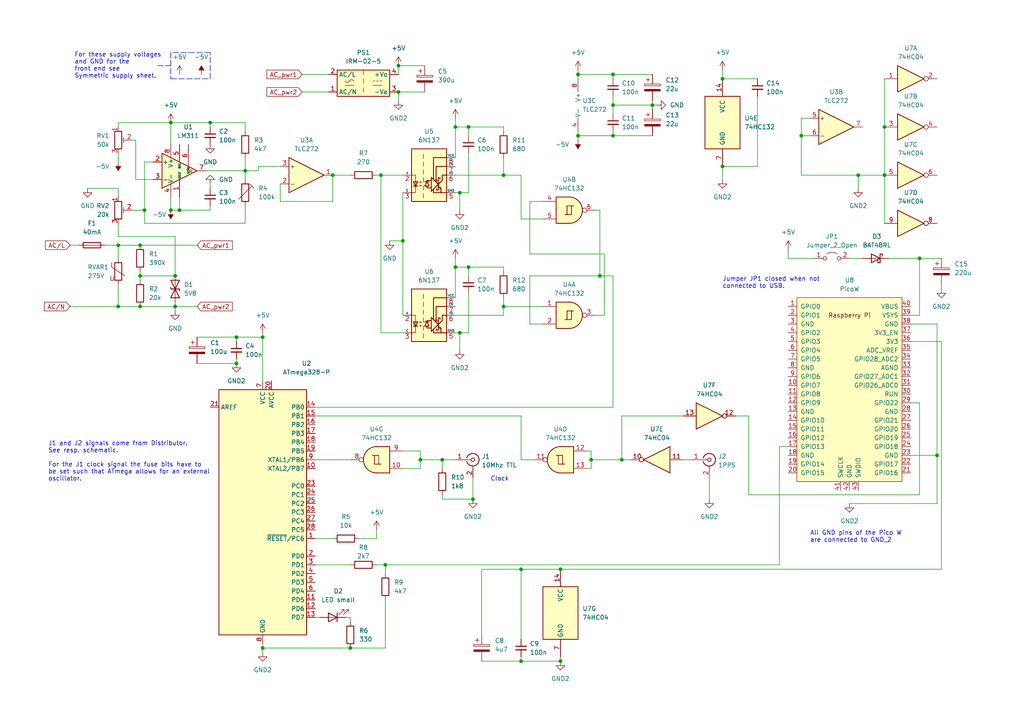
<source format=kicad_sch>
(kicad_sch (version 20211123) (generator eeschema)
  (paper "A4")
  (title_block (title "Counter ATmega 328p v2"))
  (lib_symbols
    (symbol "+5V_1" (power) (pin_names (offset 0)) (in_bom no)
      (property "Value" "+5V_1" (at 0 5.08 0))
      (symbol "+5V_1_1_1"
        (pin power_in line (at 0 0 90) (length 0) hide (name "+5V") (number "1"))
      )
    )
    (symbol "74xx:74HC04"
      (property "Reference" "U" (at 0 1.27 0))
      (property "Value" "74HC04" (at 0 -1.27 0))
      (symbol "74HC04_1_0"
        (pin input line (at -7.62 0 0) (length 3.81) (name "~") (number "1"))
        (pin output inverted (at 7.62 0 180) (length 3.81) (name "~") (number "2"))
      )
      (symbol "74HC04_2_0"
        (pin input line (at -7.62 0 0) (length 3.81) (name "~") (number "3"))
        (pin output inverted (at 7.62 0 180) (length 3.81) (name "~") (number "4"))
      )
      (symbol "74HC04_3_0"
        (pin input line (at -7.62 0 0) (length 3.81) (name "~") (number "5"))
        (pin output inverted (at 7.62 0 180) (length 3.81) (name "~") (number "6"))
      )
      (symbol "74HC04_4_0"
        (pin output inverted (at 7.62 0 180) (length 3.81) (name "~") (number "8"))
        (pin input line (at -7.62 0 0) (length 3.81) (name "~") (number "9"))
      )
      (symbol "74HC04_5_0"
        (pin output inverted (at 7.62 0 180) (length 3.81) (name "~") (number "10"))
        (pin input line (at -7.62 0 0) (length 3.81) (name "~") (number "11"))
      )
      (symbol "74HC04_6_0"
        (pin output inverted (at 7.62 0 180) (length 3.81) (name "~") (number "12"))
        (pin input line (at -7.62 0 0) (length 3.81) (name "~") (number "13"))
      )
      (symbol "74HC04_7_0"
        (pin power_in line (at 0 12.7 270) (length 5.08) (name "VCC") (number "14"))
        (pin power_in line (at 0 -12.7 90) (length 5.08) (name "GND") (number "7"))
      )
    )
    (symbol "74xx:74LS132" (pin_names (offset 1.016))
      (property "Reference" "U" (at 0 1.27 0))
      (property "Value" "74LS132" (at 0 -1.27 0))
      (symbol "74LS132_1_1"
        (pin input line (at -7.62 2.54 0) (length 3.81) (name "~") (number "1"))
        (pin input line (at -7.62 -2.54 0) (length 3.81) (name "~") (number "2"))
        (pin output inverted (at 7.62 0 180) (length 3.81) (name "~") (number "3"))
      )
      (symbol "74LS132_1_2"
        (pin input inverted (at -7.62 2.54 0) (length 4.318) (name "~") (number "1"))
        (pin input inverted (at -7.62 -2.54 0) (length 4.318) (name "~") (number "2"))
        (pin output line (at 7.62 0 180) (length 3.81) (name "~") (number "3"))
      )
      (symbol "74LS132_2_1"
        (pin input line (at -7.62 2.54 0) (length 3.81) (name "~") (number "4"))
        (pin input line (at -7.62 -2.54 0) (length 3.81) (name "~") (number "5"))
        (pin output inverted (at 7.62 0 180) (length 3.81) (name "~") (number "6"))
      )
      (symbol "74LS132_2_2"
        (pin input inverted (at -7.62 2.54 0) (length 4.318) (name "~") (number "4"))
        (pin input inverted (at -7.62 -2.54 0) (length 4.318) (name "~") (number "5"))
        (pin output line (at 7.62 0 180) (length 3.81) (name "~") (number "6"))
      )
      (symbol "74LS132_3_1"
        (pin input line (at -7.62 -2.54 0) (length 3.81) (name "~") (number "10"))
        (pin output inverted (at 7.62 0 180) (length 3.81) (name "~") (number "8"))
        (pin input line (at -7.62 2.54 0) (length 3.81) (name "~") (number "9"))
      )
      (symbol "74LS132_3_2"
        (pin input inverted (at -7.62 -2.54 0) (length 4.318) (name "~") (number "10"))
        (pin output line (at 7.62 0 180) (length 3.81) (name "~") (number "8"))
        (pin input inverted (at -7.62 2.54 0) (length 4.318) (name "~") (number "9"))
      )
      (symbol "74LS132_4_1"
        (pin output inverted (at 7.62 0 180) (length 3.81) (name "~") (number "11"))
        (pin input line (at -7.62 2.54 0) (length 3.81) (name "~") (number "12"))
        (pin input line (at -7.62 -2.54 0) (length 3.81) (name "~") (number "13"))
      )
      (symbol "74LS132_4_2"
        (pin output line (at 7.62 0 180) (length 3.81) (name "~") (number "11"))
        (pin input inverted (at -7.62 2.54 0) (length 4.318) (name "~") (number "12"))
        (pin input inverted (at -7.62 -2.54 0) (length 4.318) (name "~") (number "13"))
      )
      (symbol "74LS132_5_0"
        (pin power_in line (at 0 12.7 270) (length 5.08) (name "VCC") (number "14"))
        (pin power_in line (at 0 -12.7 90) (length 5.08) (name "GND") (number "7"))
      )
    )
    (symbol "Amplifier_Operational:TLC272" (pin_names (offset 0.127))
      (property "Reference" "U" (at 0 5.08 0))
      (property "Value" "TLC272" (at 0 -5.08 0))
      (symbol "TLC272_1_1"
        (pin output line (at 7.62 0 180) (length 2.54) (name "~") (number "1"))
        (pin input line (at -7.62 -2.54 0) (length 2.54) (name "-") (number "2"))
        (pin input line (at -7.62 2.54 0) (length 2.54) (name "+") (number "3"))
      )
      (symbol "TLC272_2_1"
        (pin input line (at -7.62 2.54 0) (length 2.54) (name "+") (number "5"))
        (pin input line (at -7.62 -2.54 0) (length 2.54) (name "-") (number "6"))
        (pin output line (at 7.62 0 180) (length 2.54) (name "~") (number "7"))
      )
      (symbol "TLC272_3_1"
        (pin power_in line (at -2.54 -7.62 90) (length 3.81) (name "V-") (number "4"))
        (pin power_in line (at -2.54 7.62 270) (length 3.81) (name "V+") (number "8"))
      )
    )
    (symbol "Comparator:LM311" (pin_names (offset 0.127))
      (property "Reference" "U" (at 3.81 6.35 0))
      (property "Value" "LM311" (at 3.81 3.81 0))
      (symbol "LM311_1_1"
        (pin passive line (at 0 -7.62 90) (length 5.08) (name "GND") (number "1"))
        (pin input line (at -7.62 2.54 0) (length 2.54) (name "+") (number "2"))
        (pin input line (at -7.62 -2.54 0) (length 2.54) (name "-") (number "3"))
        (pin power_in line (at -2.54 -7.62 90) (length 3.81) (name "V-") (number "4"))
        (pin input line (at 0 7.62 270) (length 5.08) (name "BAL") (number "5"))
        (pin input line (at 2.54 7.62 270) (length 6.35) (name "STRB") (number "6"))
        (pin open_collector line (at 7.62 0 180) (length 2.54) (name "~") (number "7"))
        (pin power_in line (at -2.54 7.62 270) (length 3.81) (name "V+") (number "8"))
      )
    )
    (symbol "Connector:Conn_Coaxial" (pin_names (offset 1.016) hide)
      (property "Reference" "J" (at 0.254 3.048 0))
      (property "Value" "Conn_Coaxial" (at 2.921 0 90))
      (symbol "Conn_Coaxial_1_1"
        (pin passive line (at -5.08 0 0) (length 2.54) (name "In") (number "1"))
        (pin passive line (at 0 -5.08 90) (length 2.54) (name "Ext") (number "2"))
      )
    )
    (symbol "Converter_ACDC:IRM-02-5"
      (property "Reference" "PS" (at 0 5.08 0))
      (property "Value" "IRM-02-5" (at 0 -5.08 0))
      (symbol "IRM-02-5_1_1"
        (pin power_in line (at -10.16 -2.54 0) (length 2.54) (name "AC/N") (number "1"))
        (pin power_in line (at -10.16 2.54 0) (length 2.54) (name "AC/L") (number "2"))
        (pin power_out line (at 10.16 -2.54 180) (length 2.54) (name "-Vo") (number "3"))
        (pin power_out line (at 10.16 2.54 180) (length 2.54) (name "+Vo") (number "4"))
      )
    )
    (symbol "Device:C_Polarized" (pin_numbers hide) (pin_names (offset 0.254))
      (property "Reference" "C" (at 0.635 2.54 0))
      (property "Value" "C_Polarized" (at 0.635 -2.54 0))
      (symbol "C_Polarized_1_1"
        (pin passive line (at 0 3.81 270) (length 2.794) (name "~") (number "1"))
        (pin passive line (at 0 -3.81 90) (length 2.794) (name "~") (number "2"))
      )
    )
    (symbol "Device:C_Small" (pin_numbers hide) (pin_names (offset 0.254) hide)
      (property "Reference" "C" (at 0.254 1.778 0))
      (property "Value" "C_Small" (at 0.254 -2.032 0))
      (symbol "C_Small_1_1"
        (pin passive line (at 0 2.54 270) (length 2.032) (name "~") (number "1"))
        (pin passive line (at 0 -2.54 90) (length 2.032) (name "~") (number "2"))
      )
    )
    (symbol "Device:D_TVS" (pin_numbers hide) (pin_names (offset 1.016) hide)
      (property "Reference" "D" (at 0 2.54 0))
      (property "Value" "D_TVS" (at 0 -2.54 0))
      (symbol "D_TVS_1_1"
        (pin passive line (at -3.81 0 0) (length 2.54) (name "A1") (number "1"))
        (pin passive line (at 3.81 0 180) (length 2.54) (name "A2") (number "2"))
      )
    )
    (symbol "Device:Fuse" (pin_numbers hide) (pin_names (offset 0))
      (property "Reference" "F" (at 2.032 0 90))
      (property "Value" "Fuse" (at -1.905 0 90))
      (symbol "Fuse_1_1"
        (pin passive line (at 0 3.81 270) (length 1.27) (name "~") (number "1"))
        (pin passive line (at 0 -3.81 90) (length 1.27) (name "~") (number "2"))
      )
    )
    (symbol "Device:LED" (pin_numbers hide) (pin_names (offset 1.016) hide)
      (property "Reference" "D" (at 0 2.54 0))
      (property "Value" "LED" (at 0 -2.54 0))
      (symbol "LED_1_1"
        (pin passive line (at -3.81 0 0) (length 2.54) (name "K") (number "1"))
        (pin passive line (at 3.81 0 180) (length 2.54) (name "A") (number "2"))
      )
    )
    (symbol "Device:R" (pin_numbers hide) (pin_names (offset 0))
      (property "Reference" "R" (at 2.032 0 90))
      (property "Value" "R" (at 0 0 90))
      (symbol "R_1_1"
        (pin passive line (at 0 3.81 270) (length 1.27) (name "~") (number "1"))
        (pin passive line (at 0 -3.81 90) (length 1.27) (name "~") (number "2"))
      )
    )
    (symbol "Device:R_Potentiometer_Trim" (pin_names (offset 1.016) hide)
      (property "Reference" "RV" (at -4.445 0 90))
      (property "Value" "R_Potentiometer_Trim" (at -2.54 0 90))
      (symbol "R_Potentiometer_Trim_1_1"
        (pin passive line (at 0 3.81 270) (length 1.27) (name "1") (number "1"))
        (pin passive line (at 3.81 0 180) (length 1.27) (name "2") (number "2"))
        (pin passive line (at 0 -3.81 90) (length 1.27) (name "3") (number "3"))
      )
    )
    (symbol "Device:R_Trim" (pin_numbers hide) (pin_names (offset 0))
      (property "Reference" "R" (at 2.54 -2.54 90))
      (property "Value" "R_Trim" (at -2.54 -0.635 90))
      (symbol "R_Trim_1_1"
        (pin passive line (at 0 3.81 270) (length 1.27) (name "~") (number "1"))
        (pin passive line (at 0 -3.81 90) (length 1.27) (name "~") (number "2"))
      )
    )
    (symbol "Device:Varistor" (pin_numbers hide) (pin_names (offset 0))
      (property "Reference" "RV" (at 3.175 0 90))
      (property "Value" "Varistor" (at -3.175 0 90))
      (symbol "Varistor_0_0"
        (text "U" (at -1.778 -2.032 0) (effects (font (size 1.27 1.27))))
      )
      (symbol "Varistor_1_1"
        (pin passive line (at 0 3.81 270) (length 1.27) (name "~") (number "1"))
        (pin passive line (at 0 -3.81 90) (length 1.27) (name "~") (number "2"))
      )
    )
    (symbol "Diode:BAT48RL" (pin_numbers hide) (pin_names (offset 1.016) hide)
      (property "Reference" "D" (at 0 2.54 0))
      (property "Value" "BAT48RL" (at 0 -2.54 0))
      (symbol "BAT48RL_1_1"
        (pin passive line (at -3.81 0 0) (length 2.54) (name "K") (number "1"))
        (pin passive line (at 3.81 0 180) (length 2.54) (name "A") (number "2"))
      )
    )
    (symbol "Isolator:6N137" (pin_names (offset 0))
      (property "Reference" "U" (at -4.064 8.89 0))
      (property "Value" "6N137" (at 0 -8.89 0))
      (symbol "6N137_1_1"
        (pin no_connect line (at -5.08 5.08 0) (length 2.54) hide (name "NC") (number "1"))
        (pin passive line (at -7.62 0 0) (length 2.54) (name "A") (number "2"))
        (pin passive line (at -7.62 -5.08 0) (length 2.54) (name "C") (number "3"))
        (pin power_in line (at 7.62 -5.08 180) (length 2.54) (name "GND") (number "5"))
        (pin open_collector line (at 7.62 0 180) (length 2.54) (name "VO") (number "6"))
        (pin input line (at 7.62 2.54 180) (length 2.54) (name "EN") (number "7"))
        (pin power_in line (at 7.62 5.08 180) (length 2.54) (name "VCC") (number "8"))
      )
    )
    (symbol "Jumper:Jumper_2_Open" (pin_names (offset 0) hide)
      (property "Reference" "JP" (at 0 2.794 0))
      (property "Value" "Jumper_2_Open" (at 0 -2.286 0))
      (symbol "Jumper_2_Open_1_1"
        (pin passive line (at -5.08 0 0) (length 2.54) (name "A") (number "1"))
        (pin passive line (at 5.08 0 180) (length 2.54) (name "B") (number "2"))
      )
    )
    (symbol "MCU_Microchip_ATmega:ATmega328-P"
      (property "Reference" "U" (at -12.7 36.83 0))
      (property "Value" "ATmega328-P" (at 2.54 -36.83 0))
      (symbol "ATmega328-P_1_1"
        (pin bidirectional line (at 15.24 -7.62 180) (length 2.54) (name "~{RESET}/PC6") (number "1"))
        (pin bidirectional line (at 15.24 12.7 180) (length 2.54) (name "XTAL2/PB7") (number "10"))
        (pin bidirectional line (at 15.24 -25.4 180) (length 2.54) (name "PD5") (number "11"))
        (pin bidirectional line (at 15.24 -27.94 180) (length 2.54) (name "PD6") (number "12"))
        (pin bidirectional line (at 15.24 -30.48 180) (length 2.54) (name "PD7") (number "13"))
        (pin bidirectional line (at 15.24 30.48 180) (length 2.54) (name "PB0") (number "14"))
        (pin bidirectional line (at 15.24 27.94 180) (length 2.54) (name "PB1") (number "15"))
        (pin bidirectional line (at 15.24 25.4 180) (length 2.54) (name "PB2") (number "16"))
        (pin bidirectional line (at 15.24 22.86 180) (length 2.54) (name "PB3") (number "17"))
        (pin bidirectional line (at 15.24 20.32 180) (length 2.54) (name "PB4") (number "18"))
        (pin bidirectional line (at 15.24 17.78 180) (length 2.54) (name "PB5") (number "19"))
        (pin bidirectional line (at 15.24 -12.7 180) (length 2.54) (name "PD0") (number "2"))
        (pin power_in line (at 2.54 38.1 270) (length 2.54) (name "AVCC") (number "20"))
        (pin passive line (at -15.24 30.48 0) (length 2.54) (name "AREF") (number "21"))
        (pin passive line (at 0 -38.1 90) (length 2.54) hide (name "GND") (number "22"))
        (pin bidirectional line (at 15.24 7.62 180) (length 2.54) (name "PC0") (number "23"))
        (pin bidirectional line (at 15.24 5.08 180) (length 2.54) (name "PC1") (number "24"))
        (pin bidirectional line (at 15.24 2.54 180) (length 2.54) (name "PC2") (number "25"))
        (pin bidirectional line (at 15.24 0 180) (length 2.54) (name "PC3") (number "26"))
        (pin bidirectional line (at 15.24 -2.54 180) (length 2.54) (name "PC4") (number "27"))
        (pin bidirectional line (at 15.24 -5.08 180) (length 2.54) (name "PC5") (number "28"))
        (pin bidirectional line (at 15.24 -15.24 180) (length 2.54) (name "PD1") (number "3"))
        (pin bidirectional line (at 15.24 -17.78 180) (length 2.54) (name "PD2") (number "4"))
        (pin bidirectional line (at 15.24 -20.32 180) (length 2.54) (name "PD3") (number "5"))
        (pin bidirectional line (at 15.24 -22.86 180) (length 2.54) (name "PD4") (number "6"))
        (pin power_in line (at 0 38.1 270) (length 2.54) (name "VCC") (number "7"))
        (pin power_in line (at 0 -38.1 90) (length 2.54) (name "GND") (number "8"))
        (pin bidirectional line (at 15.24 15.24 180) (length 2.54) (name "XTAL1/PB6") (number "9"))
      )
    )
    (symbol "RPi_Pico:PicoW" (pin_names (offset 1.016))
      (property "Reference" "U" (at -13.97 27.94 0))
      (property "Value" "PicoW" (at 0 19.05 0))
      (symbol "PicoW_0_0"
        (text "Raspberry Pi" (at 0 21.59 0) (effects (font (size 1.27 1.27))))
      )
      (symbol "PicoW_1_1"
        (pin bidirectional line (at -17.78 24.13 0) (length 2.54) (name "GPIO0") (number "1"))
        (pin bidirectional line (at -17.78 1.27 0) (length 2.54) (name "GPIO7") (number "10"))
        (pin bidirectional line (at -17.78 -1.27 0) (length 2.54) (name "GPIO8") (number "11"))
        (pin bidirectional line (at -17.78 -3.81 0) (length 2.54) (name "GPIO9") (number "12"))
        (pin power_in line (at -17.78 -6.35 0) (length 2.54) (name "GND") (number "13"))
        (pin bidirectional line (at -17.78 -8.89 0) (length 2.54) (name "GPIO10") (number "14"))
        (pin bidirectional line (at -17.78 -11.43 0) (length 2.54) (name "GPIO11") (number "15"))
        (pin bidirectional line (at -17.78 -13.97 0) (length 2.54) (name "GPIO12") (number "16"))
        (pin bidirectional line (at -17.78 -16.51 0) (length 2.54) (name "GPIO13") (number "17"))
        (pin power_in line (at -17.78 -19.05 0) (length 2.54) (name "GND") (number "18"))
        (pin bidirectional line (at -17.78 -21.59 0) (length 2.54) (name "GPIO14") (number "19"))
        (pin bidirectional line (at -17.78 21.59 0) (length 2.54) (name "GPIO1") (number "2"))
        (pin bidirectional line (at -17.78 -24.13 0) (length 2.54) (name "GPIO15") (number "20"))
        (pin bidirectional line (at 17.78 -24.13 180) (length 2.54) (name "GPIO16") (number "21"))
        (pin bidirectional line (at 17.78 -21.59 180) (length 2.54) (name "GPIO17") (number "22"))
        (pin power_in line (at 17.78 -19.05 180) (length 2.54) (name "GND") (number "23"))
        (pin bidirectional line (at 17.78 -16.51 180) (length 2.54) (name "GPIO18") (number "24"))
        (pin bidirectional line (at 17.78 -13.97 180) (length 2.54) (name "GPIO19") (number "25"))
        (pin bidirectional line (at 17.78 -11.43 180) (length 2.54) (name "GPIO20") (number "26"))
        (pin bidirectional line (at 17.78 -8.89 180) (length 2.54) (name "GPIO21") (number "27"))
        (pin power_in line (at 17.78 -6.35 180) (length 2.54) (name "GND") (number "28"))
        (pin bidirectional line (at 17.78 -3.81 180) (length 2.54) (name "GPIO22") (number "29"))
        (pin power_in line (at -17.78 19.05 0) (length 2.54) (name "GND") (number "3"))
        (pin input line (at 17.78 -1.27 180) (length 2.54) (name "RUN") (number "30"))
        (pin bidirectional line (at 17.78 1.27 180) (length 2.54) (name "GPIO26_ADC0") (number "31"))
        (pin bidirectional line (at 17.78 3.81 180) (length 2.54) (name "GPIO27_ADC1") (number "32"))
        (pin power_in line (at 17.78 6.35 180) (length 2.54) (name "AGND") (number "33"))
        (pin bidirectional line (at 17.78 8.89 180) (length 2.54) (name "GPIO28_ADC2") (number "34"))
        (pin unspecified line (at 17.78 11.43 180) (length 2.54) (name "ADC_VREF") (number "35"))
        (pin unspecified line (at 17.78 13.97 180) (length 2.54) (name "3V3") (number "36"))
        (pin input line (at 17.78 16.51 180) (length 2.54) (name "3V3_EN") (number "37"))
        (pin bidirectional line (at 17.78 19.05 180) (length 2.54) (name "GND") (number "38"))
        (pin unspecified line (at 17.78 21.59 180) (length 2.54) (name "VSYS") (number "39"))
        (pin bidirectional line (at -17.78 16.51 0) (length 2.54) (name "GPIO2") (number "4"))
        (pin unspecified line (at 17.78 24.13 180) (length 2.54) (name "VBUS") (number "40"))
        (pin input line (at -2.54 -29.21 90) (length 2.54) (name "SWCLK") (number "41"))
        (pin power_in line (at 0 -29.21 90) (length 2.54) (name "GND") (number "42"))
        (pin bidirectional line (at 2.54 -29.21 90) (length 2.54) (name "SWDIO") (number "43"))
        (pin bidirectional line (at -17.78 13.97 0) (length 2.54) (name "GPIO3") (number "5"))
        (pin bidirectional line (at -17.78 11.43 0) (length 2.54) (name "GPIO4") (number "6"))
        (pin bidirectional line (at -17.78 8.89 0) (length 2.54) (name "GPIO5") (number "7"))
        (pin power_in line (at -17.78 6.35 0) (length 2.54) (name "GND") (number "8"))
        (pin bidirectional line (at -17.78 3.81 0) (length 2.54) (name "GPIO6") (number "9"))
      )
    )
    (symbol "power:+5V" (power) (pin_names (offset 0))
      (property "Value" "+5V" (at 0 3.556 0))
      (symbol "+5V_1_1"
        (pin power_in line (at 0 0 90) (length 0) hide (name "+5V") (number "1"))
      )
    )
    (symbol "power:-5V" (power) (pin_names (offset 0))
      (property "Value" "-5V" (at 0 3.81 0))
      (symbol "-5V_0_0"
        (pin power_in line (at 0 0 90) (length 0) hide (name "-5V") (number "1"))
      )
    )
    (symbol "power:GND" (power) (pin_names (offset 0))
      (property "Value" "GND" (at 0 -3.81 0))
      (symbol "GND_1_1"
        (pin power_in line (at 0 0 270) (length 0) hide (name "GND") (number "1"))
      )
    )
    (symbol "power:GND2" (power) (pin_names (offset 0)) (in_bom no)
      (property "Value" "GND_2" (at 0 -5.08 0))
      (symbol "GND2_1_1"
        (pin power_in line (at 0 0 270) (length 0) hide (name "GND2") (number "1"))
      )
    )
  )
  (junction (at 68.58 97.79))
  (junction (at 135.89 77.47))
  (junction (at 52.07 60.96))
  (junction (at 133.35 96.52))
  (junction (at 121.92 133.35))
  (junction (at 40.64 80.01))
  (junction (at 96.52 50.8))
  (junction (at 171.45 133.35))
  (junction (at 41.91 60.96))
  (junction (at 271.78 132.08))
  (junction (at 167.64 39.37))
  (junction (at 60.96 35.56))
  (junction (at 132.08 36.83))
  (junction (at 146.05 50.8))
  (junction (at 110.49 50.8))
  (junction (at 116.84 69.85))
  (junction (at 137.16 144.78))
  (junction (at 266.7 74.93))
  (junction (at 177.8 21.59))
  (junction (at 146.05 88.9))
  (junction (at 49.53 35.56))
  (junction (at 189.23 30.48))
  (junction (at 232.41 39.37))
  (junction (at 115.57 26.67))
  (junction (at 151.13 165.1))
  (junction (at 177.8 30.48))
  (junction (at 151.13 191.77))
  (junction (at 71.12 49.53))
  (junction (at 50.8 88.9))
  (junction (at 162.56 165.1))
  (junction (at 128.27 133.35))
  (junction (at 115.57 19.05))
  (junction (at 167.64 21.59))
  (junction (at 68.58 105.41))
  (junction (at 40.64 88.9))
  (junction (at 180.34 133.35))
  (junction (at 34.29 88.9))
  (junction (at 111.76 163.83))
  (junction (at 135.89 36.83))
  (junction (at 173.99 80.01))
  (junction (at 40.64 71.12))
  (junction (at 209.55 48.26))
  (junction (at 49.53 60.96))
  (junction (at 101.6 187.96))
  (junction (at 248.92 50.8))
  (junction (at 162.56 191.77))
  (junction (at 209.55 22.86))
  (junction (at 76.2 187.96))
  (junction (at 256.54 36.83))
  (junction (at 76.2 97.79))
  (junction (at 177.8 39.37))
  (junction (at 132.08 77.47))
  (junction (at 50.8 80.01))
  (junction (at 34.29 71.12))
  (junction (at 256.54 50.8))
  (junction (at 133.35 55.88))
  (wire (pts (xy 121.92 133.35) (xy 128.27 133.35)))
  (wire (pts (xy 151.13 165.1) (xy 162.56 165.1)))
  (wire (pts (xy 133.35 55.88) (xy 135.89 55.88)))
  (wire (pts (xy 110.49 96.52) (xy 116.84 96.52)))
  (wire (pts (xy 132.08 34.29) (xy 132.08 36.83)))
  (wire (pts (xy 266.7 74.93) (xy 266.7 91.44)))
  (wire (pts (xy 111.76 173.99) (xy 111.76 187.96)))
  (wire (pts (xy 68.58 104.14) (xy 68.58 105.41)))
  (wire (pts (xy 50.8 87.63) (xy 50.8 88.9)))
  (wire (pts (xy 49.53 35.56) (xy 60.96 35.56)))
  (wire (pts (xy 167.64 20.32) (xy 167.64 21.59)))
  (wire (pts (xy 34.29 54.61) (xy 25.4 54.61)))
  (wire (pts (xy 171.45 130.81) (xy 171.45 133.35)))
  (wire (pts (xy 116.84 135.89) (xy 121.92 135.89)))
  (wire (pts (xy 217.17 143.51) (xy 266.7 143.51)))
  (wire (pts (xy 133.35 96.52) (xy 135.89 96.52)))
  (wire (pts (xy 177.8 30.48) (xy 177.8 33.02)))
  (wire (pts (xy 146.05 38.1) (xy 146.05 36.83)))
  (wire (pts (xy 50.8 68.58) (xy 34.29 68.58)))
  (wire (pts (xy 213.36 120.65) (xy 217.17 120.65)))
  (wire (pts (xy 264.16 93.98) (xy 271.78 93.98)))
  (wire (pts (xy 39.37 40.64) (xy 39.37 52.07)))
  (wire (pts (xy 71.12 35.56) (xy 71.12 38.1)))
  (wire (pts (xy 109.22 156.21) (xy 104.14 156.21)))
  (wire (pts (xy 217.17 120.65) (xy 217.17 143.51)))
  (wire (pts (xy 41.91 60.96) (xy 41.91 64.77)))
  (wire (pts (xy 135.89 36.83) (xy 135.89 39.37)))
  (wire (pts (xy 246.38 74.93) (xy 250.19 74.93)))
  (wire (pts (xy 173.99 80.01) (xy 177.8 80.01)))
  (wire (pts (xy 101.6 187.96) (xy 111.76 187.96)))
  (wire (pts (xy 71.12 59.69) (xy 71.12 64.77)))
  (wire (pts (xy 177.8 22.86) (xy 177.8 21.59)))
  (wire (pts (xy 34.29 88.9) (xy 34.29 82.55)))
  (wire (pts (xy 50.8 88.9) (xy 50.8 90.17)))
  (polyline (pts (xy 49.53 15.24) (xy 49.53 22.86)))
  (wire (pts (xy 57.15 105.41) (xy 68.58 105.41)))
  (wire (pts (xy 74.93 48.26) (xy 74.93 49.53)))
  (wire (pts (xy 162.56 190.5) (xy 162.56 191.77)))
  (wire (pts (xy 96.52 50.8) (xy 101.6 50.8)))
  (wire (pts (xy 74.93 48.26) (xy 81.28 48.26)))
  (wire (pts (xy 173.99 60.96) (xy 173.99 80.01)))
  (wire (pts (xy 34.29 71.12) (xy 34.29 74.93)))
  (wire (pts (xy 30.48 71.12) (xy 34.29 71.12)))
  (wire (pts (xy 151.13 191.77) (xy 162.56 191.77)))
  (wire (pts (xy 128.27 133.35) (xy 128.27 135.89)))
  (wire (pts (xy 71.12 49.53) (xy 74.93 49.53)))
  (wire (pts (xy 162.56 165.1) (xy 273.05 165.1)))
  (wire (pts (xy 111.76 163.83) (xy 111.76 166.37)))
  (wire (pts (xy 87.63 21.59) (xy 95.25 21.59)))
  (wire (pts (xy 116.84 130.81) (xy 121.92 130.81)))
  (wire (pts (xy 146.05 88.9) (xy 146.05 91.44)))
  (wire (pts (xy 167.64 38.1) (xy 167.64 39.37)))
  (wire (pts (xy 266.7 116.84) (xy 264.16 116.84)))
  (wire (pts (xy 91.44 163.83) (xy 101.6 163.83)))
  (wire (pts (xy 116.84 69.85) (xy 116.84 91.44)))
  (wire (pts (xy 170.18 135.89) (xy 171.45 135.89)))
  (wire (pts (xy 177.8 21.59) (xy 189.23 21.59)))
  (wire (pts (xy 49.53 60.96) (xy 52.07 60.96)))
  (wire (pts (xy 257.81 74.93) (xy 266.7 74.93)))
  (wire (pts (xy 209.55 22.86) (xy 219.71 22.86)))
  (wire (pts (xy 171.45 133.35) (xy 171.45 135.89)))
  (wire (pts (xy 41.91 46.99) (xy 44.45 46.99)))
  (wire (pts (xy 40.64 88.9) (xy 50.8 88.9)))
  (wire (pts (xy 40.64 78.74) (xy 40.64 80.01)))
  (wire (pts (xy 180.34 120.65) (xy 180.34 133.35)))
  (wire (pts (xy 41.91 64.77) (xy 71.12 64.77)))
  (wire (pts (xy 81.28 58.42) (xy 81.28 53.34)))
  (wire (pts (xy 180.34 133.35) (xy 182.88 133.35)))
  (wire (pts (xy 151.13 120.65) (xy 151.13 133.35)))
  (wire (pts (xy 256.54 36.83) (xy 256.54 50.8)))
  (wire (pts (xy 91.44 120.65) (xy 151.13 120.65)))
  (wire (pts (xy 153.67 93.98) (xy 157.48 93.98)))
  (polyline (pts (xy 45.72 19.05) (xy 49.53 19.05)))
  (wire (pts (xy 151.13 190.5) (xy 151.13 191.77)))
  (wire (pts (xy 91.44 156.21) (xy 96.52 156.21)))
  (wire (pts (xy 34.29 44.45) (xy 34.29 46.99)))
  (wire (pts (xy 115.57 26.67) (xy 123.19 26.67)))
  (wire (pts (xy 153.67 73.66) (xy 153.67 58.42)))
  (wire (pts (xy 273.05 82.55) (xy 273.05 83.82)))
  (wire (pts (xy 228.6 74.93) (xy 236.22 74.93)))
  (wire (pts (xy 167.64 39.37) (xy 167.64 40.64)))
  (wire (pts (xy 151.13 165.1) (xy 139.7 165.1)))
  (wire (pts (xy 177.8 27.94) (xy 177.8 30.48)))
  (wire (pts (xy 226.06 163.83) (xy 226.06 129.54)))
  (wire (pts (xy 189.23 30.48) (xy 189.23 31.75)))
  (wire (pts (xy 52.07 60.96) (xy 60.96 60.96)))
  (wire (pts (xy 167.64 21.59) (xy 167.64 22.86)))
  (wire (pts (xy 135.89 44.45) (xy 135.89 55.88)))
  (wire (pts (xy 111.76 163.83) (xy 226.06 163.83)))
  (polyline (pts (xy 60.96 15.24) (xy 49.53 15.24)))
  (wire (pts (xy 132.08 96.52) (xy 133.35 96.52)))
  (wire (pts (xy 128.27 144.78) (xy 137.16 144.78)))
  (wire (pts (xy 132.08 74.93) (xy 132.08 77.47)))
  (wire (pts (xy 132.08 55.88) (xy 133.35 55.88)))
  (wire (pts (xy 264.16 132.08) (xy 271.78 132.08)))
  (wire (pts (xy 173.99 80.01) (xy 153.67 80.01)))
  (wire (pts (xy 232.41 34.29) (xy 232.41 39.37)))
  (wire (pts (xy 132.08 77.47) (xy 132.08 86.36)))
  (wire (pts (xy 68.58 99.06) (xy 68.58 97.79)))
  (wire (pts (xy 167.64 39.37) (xy 177.8 39.37)))
  (wire (pts (xy 271.78 93.98) (xy 271.78 132.08)))
  (wire (pts (xy 232.41 39.37) (xy 232.41 50.8)))
  (wire (pts (xy 146.05 86.36) (xy 146.05 88.9)))
  (wire (pts (xy 232.41 39.37) (xy 234.95 39.37)))
  (wire (pts (xy 248.92 50.8) (xy 256.54 50.8)))
  (wire (pts (xy 132.08 36.83) (xy 135.89 36.83)))
  (wire (pts (xy 209.55 48.26) (xy 219.71 48.26)))
  (wire (pts (xy 256.54 22.86) (xy 256.54 36.83)))
  (wire (pts (xy 189.23 29.21) (xy 189.23 30.48)))
  (wire (pts (xy 133.35 55.88) (xy 133.35 60.96)))
  (wire (pts (xy 121.92 130.81) (xy 121.92 133.35)))
  (wire (pts (xy 151.13 50.8) (xy 151.13 63.5)))
  (wire (pts (xy 170.18 130.81) (xy 171.45 130.81)))
  (wire (pts (xy 34.29 35.56) (xy 34.29 36.83)))
  (wire (pts (xy 228.6 72.39) (xy 228.6 74.93)))
  (wire (pts (xy 177.8 80.01) (xy 177.8 118.11)))
  (wire (pts (xy 151.13 185.42) (xy 151.13 165.1)))
  (wire (pts (xy 38.1 40.64) (xy 39.37 40.64)))
  (wire (pts (xy 226.06 129.54) (xy 228.6 129.54)))
  (wire (pts (xy 135.89 77.47) (xy 146.05 77.47)))
  (wire (pts (xy 20.32 71.12) (xy 22.86 71.12)))
  (wire (pts (xy 96.52 58.42) (xy 81.28 58.42)))
  (wire (pts (xy 137.16 138.43) (xy 137.16 144.78)))
  (wire (pts (xy 132.08 36.83) (xy 132.08 45.72)))
  (wire (pts (xy 198.12 133.35) (xy 200.66 133.35)))
  (wire (pts (xy 209.55 20.32) (xy 209.55 22.86)))
  (wire (pts (xy 110.49 50.8) (xy 116.84 50.8)))
  (wire (pts (xy 34.29 71.12) (xy 40.64 71.12)))
  (wire (pts (xy 40.64 71.12) (xy 57.15 71.12)))
  (wire (pts (xy 172.72 60.96) (xy 173.99 60.96)))
  (wire (pts (xy 266.7 74.93) (xy 273.05 74.93)))
  (wire (pts (xy 34.29 68.58) (xy 34.29 64.77)))
  (wire (pts (xy 50.8 88.9) (xy 57.15 88.9)))
  (wire (pts (xy 60.96 35.56) (xy 71.12 35.56)))
  (wire (pts (xy 39.37 52.07) (xy 44.45 52.07)))
  (wire (pts (xy 219.71 27.94) (xy 219.71 48.26)))
  (wire (pts (xy 146.05 45.72) (xy 146.05 50.8)))
  (wire (pts (xy 20.32 88.9) (xy 34.29 88.9)))
  (wire (pts (xy 139.7 191.77) (xy 151.13 191.77)))
  (wire (pts (xy 115.57 19.05) (xy 123.19 19.05)))
  (wire (pts (xy 151.13 63.5) (xy 157.48 63.5)))
  (wire (pts (xy 40.64 88.9) (xy 34.29 88.9)))
  (polyline (pts (xy 49.53 22.86) (xy 60.96 22.86)))
  (wire (pts (xy 175.26 91.44) (xy 175.26 73.66)))
  (wire (pts (xy 273.05 99.06) (xy 273.05 165.1)))
  (wire (pts (xy 76.2 96.52) (xy 76.2 97.79)))
  (wire (pts (xy 109.22 50.8) (xy 110.49 50.8)))
  (wire (pts (xy 101.6 179.07) (xy 101.6 180.34)))
  (wire (pts (xy 38.1 60.96) (xy 41.91 60.96)))
  (wire (pts (xy 113.03 69.85) (xy 116.84 69.85)))
  (wire (pts (xy 91.44 133.35) (xy 101.6 133.35)))
  (wire (pts (xy 76.2 186.69) (xy 76.2 187.96)))
  (wire (pts (xy 76.2 97.79) (xy 76.2 110.49)))
  (wire (pts (xy 60.96 36.83) (xy 60.96 35.56)))
  (wire (pts (xy 115.57 19.05) (xy 115.57 21.59)))
  (wire (pts (xy 177.8 38.1) (xy 177.8 39.37)))
  (wire (pts (xy 133.35 96.52) (xy 133.35 101.6)))
  (wire (pts (xy 146.05 88.9) (xy 157.48 88.9)))
  (wire (pts (xy 76.2 187.96) (xy 76.2 189.23)))
  (wire (pts (xy 135.89 36.83) (xy 146.05 36.83)))
  (wire (pts (xy 96.52 50.8) (xy 96.52 58.42)))
  (wire (pts (xy 91.44 179.07) (xy 92.71 179.07)))
  (wire (pts (xy 57.15 97.79) (xy 68.58 97.79)))
  (wire (pts (xy 256.54 50.8) (xy 256.54 64.77)))
  (wire (pts (xy 135.89 77.47) (xy 135.89 80.01)))
  (wire (pts (xy 153.67 58.42) (xy 157.48 58.42)))
  (wire (pts (xy 248.92 54.61) (xy 248.92 50.8)))
  (wire (pts (xy 177.8 30.48) (xy 189.23 30.48)))
  (wire (pts (xy 110.49 50.8) (xy 110.49 96.52)))
  (wire (pts (xy 132.08 91.44) (xy 146.05 91.44)))
  (wire (pts (xy 71.12 45.72) (xy 71.12 49.53)))
  (wire (pts (xy 49.53 35.56) (xy 49.53 41.91)))
  (wire (pts (xy 115.57 26.67) (xy 115.57 29.21)))
  (wire (pts (xy 116.84 55.88) (xy 116.84 69.85)))
  (wire (pts (xy 132.08 50.8) (xy 146.05 50.8)))
  (wire (pts (xy 271.78 132.08) (xy 271.78 146.05)))
  (wire (pts (xy 264.16 91.44) (xy 266.7 91.44)))
  (wire (pts (xy 198.12 120.65) (xy 180.34 120.65)))
  (wire (pts (xy 209.55 48.26) (xy 209.55 52.07)))
  (wire (pts (xy 175.26 73.66) (xy 153.67 73.66)))
  (wire (pts (xy 177.8 39.37) (xy 189.23 39.37)))
  (wire (pts (xy 60.96 53.34) (xy 60.96 54.61)))
  (wire (pts (xy 246.38 146.05) (xy 271.78 146.05)))
  (wire (pts (xy 109.22 163.83) (xy 111.76 163.83)))
  (wire (pts (xy 139.7 165.1) (xy 139.7 184.15)))
  (wire (pts (xy 146.05 50.8) (xy 151.13 50.8)))
  (wire (pts (xy 68.58 97.79) (xy 76.2 97.79)))
  (wire (pts (xy 172.72 91.44) (xy 175.26 91.44)))
  (wire (pts (xy 266.7 143.51) (xy 266.7 116.84)))
  (wire (pts (xy 87.63 26.67) (xy 95.25 26.67)))
  (wire (pts (xy 154.94 133.35) (xy 151.13 133.35)))
  (wire (pts (xy 153.67 80.01) (xy 153.67 93.98)))
  (wire (pts (xy 50.8 80.01) (xy 50.8 68.58)))
  (wire (pts (xy 34.29 35.56) (xy 49.53 35.56)))
  (wire (pts (xy 59.69 49.53) (xy 71.12 49.53)))
  (polyline (pts (xy 60.96 22.86) (xy 60.96 15.24)))
  (wire (pts (xy 128.27 133.35) (xy 132.08 133.35)))
  (wire (pts (xy 177.8 118.11) (xy 91.44 118.11)))
  (wire (pts (xy 171.45 133.35) (xy 180.34 133.35)))
  (wire (pts (xy 60.96 59.69) (xy 60.96 60.96)))
  (wire (pts (xy 135.89 85.09) (xy 135.89 96.52)))
  (wire (pts (xy 100.33 179.07) (xy 101.6 179.07)))
  (wire (pts (xy 49.53 57.15) (xy 49.53 60.96)))
  (wire (pts (xy 109.22 153.67) (xy 109.22 156.21)))
  (polyline (pts (xy 49.53 15.24) (xy 49.53 19.05)))
  (wire (pts (xy 132.08 77.47) (xy 135.89 77.47)))
  (wire (pts (xy 40.64 80.01) (xy 50.8 80.01)))
  (wire (pts (xy 205.74 138.43) (xy 205.74 144.78)))
  (wire (pts (xy 232.41 34.29) (xy 234.95 34.29)))
  (wire (pts (xy 40.64 80.01) (xy 40.64 81.28)))
  (wire (pts (xy 146.05 78.74) (xy 146.05 77.47)))
  (wire (pts (xy 41.91 46.99) (xy 41.91 60.96)))
  (wire (pts (xy 167.64 21.59) (xy 177.8 21.59)))
  (wire (pts (xy 34.29 57.15) (xy 34.29 54.61)))
  (wire (pts (xy 52.07 57.15) (xy 52.07 60.96)))
  (wire (pts (xy 128.27 143.51) (xy 128.27 144.78)))
  (wire (pts (xy 76.2 187.96) (xy 101.6 187.96)))
  (wire (pts (xy 121.92 133.35) (xy 121.92 135.89)))
  (wire (pts (xy 264.16 99.06) (xy 273.05 99.06)))
  (wire (pts (xy 232.41 50.8) (xy 248.92 50.8)))
  (wire (pts (xy 189.23 30.48) (xy 190.5 30.48)))
  (wire (pts (xy 71.12 49.53) (xy 71.12 52.07)))
  (text "J1 and J2 signals come from Distributor.\nSee resp. schematic.\n\nFor the J1 clock signal the fuse bits have to\nbe set such that ATmega allows for an external\noscillator." (at 13.97 139.7 0) (effects (font (size 1.27 1.27)) (justify left bottom)))
  (text "Clock" (at 142.24 139.7 0) (effects (font (size 1.27 1.27)) (justify left bottom)))
  (text "Jumper JP1 closed when not \nconnected to USB." (at 209.55 83.82 0) (effects (font (size 1.27 1.27)) (justify left bottom)))
  (text "All GND pins of the Pico W\nare connected to GND_2" (at 234.95 157.48 0) (effects (font (size 1.27 1.27)) (justify left bottom)))
  (text "For these supply voltages\nand GND for the\nfront end see\nSymmetric supply sheet." (at 21.59 22.86 0) (effects (font (size 1.27 1.27)) (justify left bottom)))
  (global_label "AC{slash}N" (shape input) (at 20.32 88.9 180) (property "Intersheet References" "${INTERSHEET_REFS}" (effects hide)))
  (global_label "AC_pwr2" (shape input) (at 87.63 26.67 180) (property "Intersheet References" "${INTERSHEET_REFS}" (effects hide)))
  (global_label "AC_pwr2" (shape input) (at 57.15 88.9 0) (property "Intersheet References" "${INTERSHEET_REFS}" (effects hide)))
  (global_label "AC_pwr1" (shape input) (at 87.63 21.59 180) (property "Intersheet References" "${INTERSHEET_REFS}" (effects hide)))
  (global_label "AC_pwr1" (shape input) (at 57.15 71.12 0) (property "Intersheet References" "${INTERSHEET_REFS}" (effects hide)))
  (global_label "AC{slash}L" (shape input) (at 20.32 71.12 180) (property "Intersheet References" "${INTERSHEET_REFS}" (effects hide)))
  (symbol (lib_id "74xx:74HC04") (at 264.16 50.8 0) (unit 3)
    (property "Reference" "U7" (at 264.16 41.91 0))
    (property "Value" "74HC04" (at 264.16 44.45 0))
    (property "Datasheet" "https://assets.nexperia.com/documents/data-sheet/74HC_HCT04.pdf" (effects hide))
  )
  (symbol (lib_id "power:GND") (at 190.5 30.48 90) (unit 1)
    (property "Reference" "#PWR013" (effects hide))
    (property "Value" "GND" (at 194.31 30.4799 90) (effects (justify right)))
  )
  (symbol (lib_id "Device:R") (at 111.76 170.18 180) (unit 1)
    (property "Reference" "R9" (at 114.3 168.9099 0) (effects (justify right)))
    (property "Value" "4k7" (at 114.3 171.4499 0) (effects (justify right)))
  )
  (symbol (lib_id "Device:R") (at 71.12 41.91 180) (unit 1)
    (property "Reference" "R3" (at 73.66 40.6399 0) (effects (justify right)))
    (property "Value" "4k7" (at 73.66 43.1799 0) (effects (justify right)))
  )
  (symbol (lib_id "74xx:74HC04") (at 264.16 64.77 0) (unit 4)
    (property "Reference" "U7" (at 264.16 55.88 0))
    (property "Value" "74HC04" (at 264.16 58.42 0))
    (property "Datasheet" "https://assets.nexperia.com/documents/data-sheet/74HC_HCT04.pdf" (effects hide))
  )
  (symbol (lib_id "power:-5V") (at 167.64 40.64 0) (mirror x) (unit 1)
    (property "Reference" "#PWR012" (effects hide))
    (property "Value" "-5V" (at 165.1 41.9099 0) (effects (justify right)))
  )
  (symbol (lib_id "Amplifier_Operational:TLC272") (at 242.57 36.83 0) (unit 2)
    (property "Reference" "U3" (at 242.57 26.67 0))
    (property "Value" "TLC272" (at 242.57 29.21 0))
    (property "Datasheet" "http://www.ti.com/lit/ds/symlink/tlc272.pdf" (effects hide))
  )
  (symbol (lib_id "Device:R") (at 146.05 82.55 180) (unit 1)
    (property "Reference" "R12" (at 148.59 81.2799 0) (effects (justify right)))
    (property "Value" "680" (at 148.59 83.8199 0) (effects (justify right)))
  )
  (symbol (lib_id "power:GND2") (at 246.38 146.05 0) (unit 1)
    (property "Reference" "#PWR_017" (effects hide))
    (property "Value" "GND_2" (at 246.38 151.13 0))
  )
  (symbol (lib_id "Device:C_Polarized") (at 123.19 22.86 0) (unit 1)
    (property "Reference" "C5" (at 127 20.7009 0) (effects (justify left)))
    (property "Value" "390u" (at 127 23.2409 0) (effects (justify left)))
  )
  (symbol (lib_id "Device:C_Polarized") (at 139.7 187.96 0) (unit 1)
    (property "Reference" "C8" (at 143.51 185.8009 0) (effects (justify left)))
    (property "Value" "4u7" (at 143.51 188.3409 0) (effects (justify left)))
  )
  (symbol (lib_id "power:+5V") (at 167.64 20.32 0) (unit 1)
    (property "Reference" "#PWR011" (effects hide))
    (property "Value" "+5V" (at 167.64 15.24 0))
  )
  (symbol (lib_id "Isolator:6N137") (at 124.46 50.8 0) (unit 1)
    (property "Reference" "U5" (at 124.46 38.1 0))
    (property "Value" "6N137" (at 124.46 40.64 0))
    (property "Footprint" "Package_DIP:DIP-8_W7.62mm" (effects hide))
    (property "Datasheet" "https://docs.broadcom.com/docs/AV02-0940EN" (effects hide))
  )
  (symbol (lib_id "power:GND2") (at 115.57 29.21 0) (unit 1)
    (property "Reference" "#PWR_06" (effects hide))
    (property "Value" "GND_2" (at 115.57 34.29 0))
  )
  (symbol (lib_id "Device:C_Small") (at 219.71 25.4 0) (unit 1)
    (property "Reference" "C14" (at 222.25 24.1362 0) (effects (justify left)))
    (property "Value" "100n" (at 222.25 26.6762 0) (effects (justify left)))
  )
  (symbol (lib_id "Device:C_Small") (at 135.89 41.91 0) (unit 1)
    (property "Reference" "C6" (at 138.43 40.6462 0) (effects (justify left)))
    (property "Value" "100n" (at 138.43 43.1862 0) (effects (justify left)))
  )
  (symbol (lib_id "74xx:74HC04") (at 162.56 177.8 0) (unit 7)
    (property "Reference" "U7" (at 168.91 176.5299 0) (effects (justify left)))
    (property "Value" "74HC04" (at 168.91 179.0699 0) (effects (justify left)))
    (property "Datasheet" "https://assets.nexperia.com/documents/data-sheet/74HC_HCT04.pdf" (effects hide))
  )
  (symbol (lib_id "74xx:74LS132") (at 109.22 133.35 0) (mirror y) (unit 3)
    (property "Reference" "U4" (at 109.22 124.46 0))
    (property "Value" "74HC132" (at 109.22 127 0))
    (property "Datasheet" "http://www.ti.com/lit/gpn/sn74LS132" (effects hide))
  )
  (symbol (lib_id "power:GND2") (at 205.74 144.78 0) (unit 1)
    (property "Reference" "#PWR_013" (effects hide))
    (property "Value" "GND_2" (at 205.74 149.86 0))
  )
  (symbol (lib_id "Device:C_Polarized") (at 273.05 78.74 0) (unit 1)
    (property "Reference" "C15" (at 276.86 76.5809 0) (effects (justify left)))
    (property "Value" "220u" (at 276.86 79.1209 0) (effects (justify left)))
  )
  (symbol (lib_id "Device:C_Small") (at 177.8 35.56 0) (unit 1)
    (property "Reference" "C11" (at 180.34 34.2962 0) (effects (justify left)))
    (property "Value" "100n" (at 180.34 36.8362 0) (effects (justify left)))
  )
  (symbol (lib_id "Device:Varistor") (at 34.29 78.74 0) (unit 1)
    (property "Reference" "RVAR1" (at 25.4 77.47 0) (effects (justify left)))
    (property "Value" "275V" (at 25.4 80.01 0) (effects (justify left)))
  )
  (symbol (lib_id "power:GND") (at 50.8 90.17 0) (unit 1)
    (property "Reference" "#PWR05" (effects hide))
    (property "Value" "GND" (at 50.8 95.25 0))
  )
  (symbol (lib_id "Device:R") (at 40.64 85.09 180) (unit 1)
    (property "Reference" "R2" (at 43.18 83.8199 0) (effects (justify right)))
    (property "Value" "20k" (at 43.18 86.3599 0) (effects (justify right)))
  )
  (symbol (lib_id "74xx:74HC04") (at 264.16 22.86 0) (unit 1)
    (property "Reference" "U7" (at 264.16 13.97 0))
    (property "Value" "74HC04" (at 264.16 16.51 0))
    (property "Datasheet" "https://assets.nexperia.com/documents/data-sheet/74HC_HCT04.pdf" (effects hide))
  )
  (symbol (lib_id "power:GND") (at 113.03 69.85 0) (unit 1)
    (property "Reference" "#PWR010" (effects hide))
    (property "Value" "GND" (at 113.03 74.93 0))
  )
  (symbol (lib_id "Amplifier_Operational:TLC272") (at 170.18 30.48 0) (unit 3)
    (property "Reference" "U3" (at 168.91 29.2099 0) (effects (justify left)))
    (property "Value" "TLC272" (at 168.91 31.7499 0) (effects (justify left)))
    (property "Datasheet" "http://www.ti.com/lit/ds/symlink/tlc272.pdf" (effects hide))
  )
  (symbol (lib_id "power:GND2") (at 162.56 191.77 0) (unit 1)
    (property "Reference" "#PWR_012" (effects hide))
    (property "Value" "GND_2" (at 162.56 196.85 0))
  )
  (symbol (lib_id "Device:C_Polarized") (at 189.23 25.4 0) (unit 1)
    (property "Reference" "C12" (at 193.04 23.2409 0) (effects (justify left)))
    (property "Value" "22u" (at 193.04 25.7809 0) (effects (justify left)))
  )
  (symbol (lib_id "Jumper:Jumper_2_Open") (at 241.3 74.93 0) (unit 1)
    (property "Reference" "JP1" (at 241.3 68.58 0))
    (property "Value" "Jumper_2_Open" (at 241.3 71.12 0))
  )
  (symbol (lib_id "Amplifier_Operational:TLC272") (at 88.9 50.8 0) (unit 1)
    (property "Reference" "U3" (at 88.9 40.64 0))
    (property "Value" "TLC272" (at 88.9 43.18 0))
    (property "Datasheet" "http://www.ti.com/lit/ds/symlink/tlc272.pdf" (effects hide))
  )
  (symbol (lib_id "power:GND2") (at 133.35 101.6 0) (unit 1)
    (property "Reference" "#PWR_010" (effects hide))
    (property "Value" "GND_2" (at 133.35 106.68 0))
  )
  (symbol (lib_id "Device:C_Small") (at 135.89 82.55 0) (unit 1)
    (property "Reference" "C7" (at 138.43 81.2862 0) (effects (justify left)))
    (property "Value" "100n" (at 138.43 83.8262 0) (effects (justify left)))
  )
  (symbol (lib_id "Device:R") (at 105.41 50.8 270) (unit 1)
    (property "Reference" "R7" (at 105.41 44.45 90))
    (property "Value" "270" (at 105.41 46.99 90))
  )
  (symbol (lib_id "power:GND2") (at 133.35 60.96 0) (unit 1)
    (property "Reference" "#PWR_09" (effects hide))
    (property "Value" "GND_2" (at 133.35 66.04 0))
  )
  (symbol (lib_id "power:GND2") (at 273.05 83.82 0) (unit 1)
    (property "Reference" "#PWR_019" (effects hide))
    (property "Value" "GND_2" (at 273.05 88.9 0))
  )
  (symbol (lib_id "Comparator:LM311") (at 52.07 49.53 0) (unit 1)
    (property "Reference" "U1" (at 54.61 36.83 0))
    (property "Value" "LM311" (at 54.61 39.37 0))
    (property "Datasheet" "https://www.st.com/resource/en/datasheet/lm311.pdf" (effects hide))
  )
  (symbol (lib_id "power:GND") (at 25.4 54.61 0) (unit 1)
    (property "Reference" "#PWR01" (effects hide))
    (property "Value" "GND" (at 25.4 59.69 0))
  )
  (symbol (lib_id "Diode:BAT48RL") (at 254 74.93 0) (mirror y) (unit 1)
    (property "Reference" "D3" (at 254.3175 68.58 0))
    (property "Value" "BAT48RL" (at 254.3175 71.12 0))
    (property "Footprint" "Diode_THT:D_DO-35_SOD27_P7.62mm_Horizontal" (effects hide))
    (property "Datasheet" "www.st.com/resource/en/datasheet/bat48.pdf" (effects hide))
  )
  (symbol (lib_id "Device:Fuse") (at 26.67 71.12 90) (unit 1)
    (property "Reference" "F1" (at 26.67 64.77 90))
    (property "Value" "40mA" (at 26.67 67.31 90))
  )
  (symbol (lib_id "power:GND") (at 60.96 41.91 0) (unit 1)
    (property "Reference" "#PWR08" (effects hide))
    (property "Value" "GND" (at 60.96 46.99 0))
  )
  (symbol (lib_id "Device:R") (at 40.64 74.93 180) (unit 1)
    (property "Reference" "R1" (at 43.18 73.6599 0) (effects (justify right)))
    (property "Value" "390k" (at 43.18 76.1999 0) (effects (justify right)))
  )
  (symbol (lib_name "+5V_1") (lib_id "power:+5V") (at 209.55 20.32 0) (unit 1)
    (property "Reference" "#PWR_014" (effects hide))
    (property "Value" "+5V_2" (at 209.55 15.24 0))
  )
  (symbol (lib_id "power:GND2") (at 248.92 54.61 0) (unit 1)
    (property "Reference" "#PWR_018" (effects hide))
    (property "Value" "GND_2" (at 248.92 59.69 0))
  )
  (symbol (lib_id "RPi_Pico:PicoW") (at 246.38 113.03 0) (unit 1)
    (property "Reference" "U8" (at 246.38 81.28 0))
    (property "Value" "PicoW" (at 246.38 83.82 0))
    (property "Footprint" "RPi_PicoW:RPi_Pico_SMD_TH" (effects hide))
  )
  (symbol (lib_id "74xx:74LS132") (at 162.56 133.35 0) (mirror y) (unit 4)
    (property "Reference" "U4" (at 162.56 124.46 0))
    (property "Value" "74HC132" (at 162.56 127 0))
    (property "Datasheet" "http://www.ti.com/lit/gpn/sn74LS132" (effects hide))
  )
  (symbol (lib_id "Device:LED") (at 96.52 179.07 180) (unit 1)
    (property "Reference" "D2" (at 98.1075 171.45 0))
    (property "Value" "LED small" (at 98.1075 173.99 0))
  )
  (symbol (lib_id "Device:R_Potentiometer_Trim") (at 34.29 60.96 0) (unit 1)
    (property "Reference" "RV2" (at 31.75 59.6899 0) (effects (justify right)))
    (property "Value" "20k" (at 31.75 62.2299 0) (effects (justify right)))
  )
  (symbol (lib_id "Device:C_Polarized") (at 57.15 101.6 0) (unit 1)
    (property "Reference" "C1" (at 60.96 99.4409 0) (effects (justify left)))
    (property "Value" "100u" (at 60.96 101.9809 0) (effects (justify left)))
  )
  (symbol (lib_id "power:GND2") (at 76.2 189.23 0) (unit 1)
    (property "Reference" "#PWR_03" (effects hide))
    (property "Value" "GND_2" (at 76.2 194.31 0))
  )
  (symbol (lib_id "74xx:74HC04") (at 190.5 133.35 0) (mirror y) (unit 5)
    (property "Reference" "U7" (at 190.5 124.46 0))
    (property "Value" "74HC04" (at 190.5 127 0))
    (property "Datasheet" "https://assets.nexperia.com/documents/data-sheet/74HC_HCT04.pdf" (effects hide))
  )
  (symbol (lib_name "+5V_1") (lib_id "power:+5V") (at 132.08 74.93 0) (unit 1)
    (property "Reference" "#PWR_08" (effects hide))
    (property "Value" "+5V_2" (at 132.08 69.85 0))
  )
  (symbol (lib_id "Device:C_Small") (at 151.13 187.96 0) (unit 1)
    (property "Reference" "C9" (at 153.67 186.6962 0) (effects (justify left)))
    (property "Value" "100n" (at 153.67 189.2362 0) (effects (justify left)))
  )
  (symbol (lib_id "74xx:74HC04") (at 205.74 120.65 0) (unit 6)
    (property "Reference" "U7" (at 205.74 111.76 0))
    (property "Value" "74HC04" (at 205.74 114.3 0))
    (property "Datasheet" "https://assets.nexperia.com/documents/data-sheet/74HC_HCT04.pdf" (effects hide))
  )
  (symbol (lib_id "power:GND2") (at 68.58 105.41 0) (unit 1)
    (property "Reference" "#PWR_01" (effects hide))
    (property "Value" "GND_2" (at 68.58 110.49 0))
  )
  (symbol (lib_name "+5V_1") (lib_id "power:+5V") (at 109.22 153.67 0) (unit 1)
    (property "Reference" "#PWR_04" (effects hide))
    (property "Value" "+5V_2" (at 109.22 148.59 0))
  )
  (symbol (lib_id "power:+5V") (at 49.53 35.56 0) (unit 1)
    (property "Reference" "#PWR03" (effects hide))
    (property "Value" "+5V" (at 49.53 30.48 0))
  )
  (symbol (lib_id "Device:C_Polarized") (at 189.23 35.56 0) (unit 1)
    (property "Reference" "C13" (at 193.04 33.4009 0) (effects (justify left)))
    (property "Value" "22u" (at 193.04 35.9409 0) (effects (justify left)))
  )
  (symbol (lib_id "Device:C_Small") (at 60.96 57.15 0) (unit 1)
    (property "Reference" "C3" (at 63.5 55.8862 0) (effects (justify left)))
    (property "Value" "100n" (at 63.5 58.4262 0) (effects (justify left)))
  )
  (symbol (lib_id "MCU_Microchip_ATmega:ATmega328-P") (at 76.2 148.59 0) (unit 1)
    (property "Reference" "U2" (at 88.9 105.41 0))
    (property "Value" "ATmega328-P" (at 88.9 107.95 0))
    (property "Footprint" "Package_DIP:DIP-28_W7.62mm" (effects hide))
    (property "Datasheet" "http://ww1.microchip.com/downloads/en/DeviceDoc/ATmega328_P%20AVR%20MCU%20with%20picoPower%20Technology%20Data%20Sheet%2040001984A.pdf" (effects hide))
  )
  (symbol (lib_id "power:GND") (at 60.96 53.34 180) (unit 1)
    (property "Reference" "#PWR09" (effects hide))
    (property "Value" "GND" (at 63.5 52.0699 0) (effects (justify right)))
  )
  (symbol (lib_id "Device:R_Potentiometer_Trim") (at 34.29 40.64 0) (unit 1)
    (property "Reference" "RV1" (at 31.75 39.3699 0) (effects (justify right)))
    (property "Value" "50k" (at 31.75 41.9099 0) (effects (justify right)))
  )
  (symbol (lib_name "+5V_1") (lib_id "power:+5V") (at 115.57 19.05 0) (unit 1)
    (property "Reference" "#PWR_05" (effects hide))
    (property "Value" "+5V_2" (at 115.57 13.97 0))
  )
  (symbol (lib_id "power:-5V") (at 34.29 46.99 0) (mirror x) (unit 1)
    (property "Reference" "#PWR02" (effects hide))
    (property "Value" "-5V" (at 31.75 48.2599 0) (effects (justify right)))
  )
  (symbol (lib_id "Device:R") (at 128.27 139.7 180) (unit 1)
    (property "Reference" "R10" (at 130.81 138.4299 0) (effects (justify right)))
    (property "Value" "1k8" (at 130.81 140.9699 0) (effects (justify right)))
  )
  (symbol (lib_id "Connector:Conn_Coaxial") (at 137.16 133.35 0) (unit 1)
    (property "Reference" "J1" (at 139.7 132.3731 0) (effects (justify left)))
    (property "Value" "10Mhz TTL" (at 139.7 134.9131 0) (effects (justify left)))
    (property "Datasheet" " ~" (effects hide))
  )
  (symbol (lib_id "Device:C_Small") (at 68.58 101.6 0) (unit 1)
    (property "Reference" "C4" (at 71.12 100.3362 0) (effects (justify left)))
    (property "Value" "100n" (at 71.12 102.8762 0) (effects (justify left)))
  )
  (symbol (lib_id "power:-5V") (at 58.42 21.59 0) (unit 1)
    (property "Reference" "#PWR07" (effects hide))
    (property "Value" "-5V" (at 58.42 16.51 0))
  )
  (symbol (lib_id "Device:R") (at 100.33 156.21 270) (unit 1)
    (property "Reference" "R5" (at 100.33 149.86 90))
    (property "Value" "10k" (at 100.33 152.4 90))
  )
  (symbol (lib_id "74xx:74LS132") (at 165.1 60.96 0) (unit 2)
    (property "Reference" "U4" (at 165.1 52.07 0))
    (property "Value" "74HC132" (at 165.1 54.61 0))
    (property "Datasheet" "http://www.ti.com/lit/gpn/sn74LS132" (effects hide))
  )
  (symbol (lib_id "Device:R_Trim") (at 71.12 55.88 0) (unit 1)
    (property "Reference" "R4" (at 74.93 54.6099 0) (effects (justify left)))
    (property "Value" "100k" (at 74.93 57.1499 0) (effects (justify left)))
  )
  (symbol (lib_id "power:-5V") (at 49.53 60.96 0) (mirror x) (unit 1)
    (property "Reference" "#PWR04" (effects hide))
    (property "Value" "-5V" (at 48.26 62.23 0) (effects (justify right)))
  )
  (symbol (lib_id "Connector:Conn_Coaxial") (at 205.74 133.35 0) (unit 1)
    (property "Reference" "J2" (at 208.28 132.3731 0) (effects (justify left)))
    (property "Value" "1PPS" (at 208.28 134.9131 0) (effects (justify left)))
    (property "Datasheet" " ~" (effects hide))
  )
  (symbol (lib_id "Device:C_Small") (at 60.96 39.37 0) (unit 1)
    (property "Reference" "C2" (at 63.5 38.1062 0) (effects (justify left)))
    (property "Value" "100n" (at 63.5 40.6462 0) (effects (justify left)))
  )
  (symbol (lib_id "Device:R") (at 146.05 41.91 180) (unit 1)
    (property "Reference" "R11" (at 148.59 40.6399 0) (effects (justify right)))
    (property "Value" "680" (at 148.59 43.1799 0) (effects (justify right)))
  )
  (symbol (lib_name "+5V_1") (lib_id "power:+5V") (at 228.6 72.39 0) (unit 1)
    (property "Reference" "#PWR_016" (effects hide))
    (property "Value" "+5V_2" (at 228.6 67.31 0))
  )
  (symbol (lib_id "Converter_ACDC:IRM-02-5") (at 105.41 24.13 0) (unit 1)
    (property "Reference" "PS1" (at 105.41 15.24 0))
    (property "Value" "IRM-02-5" (at 105.41 17.78 0))
    (property "Footprint" "Converter_ACDC:Converter_ACDC_MeanWell_IRM-02-xx_THT" (effects hide))
    (property "Datasheet" "https://www.meanwell.com/Upload/PDF/IRM-02/IRM-02-SPEC.PDF" (effects hide))
  )
  (symbol (lib_id "74xx:74HC04") (at 264.16 36.83 0) (unit 2)
    (property "Reference" "U7" (at 264.16 27.94 0))
    (property "Value" "74HC04" (at 264.16 30.48 0))
    (property "Datasheet" "https://assets.nexperia.com/documents/data-sheet/74HC_HCT04.pdf" (effects hide))
  )
  (symbol (lib_id "74xx:74LS132") (at 165.1 91.44 0) (unit 1)
    (property "Reference" "U4" (at 165.1 82.55 0))
    (property "Value" "74HC132" (at 165.1 85.09 0))
    (property "Datasheet" "http://www.ti.com/lit/gpn/sn74LS132" (effects hide))
  )
  (symbol (lib_id "Device:D_TVS") (at 50.8 83.82 90) (unit 1)
    (property "Reference" "D1" (at 53.34 82.5499 90) (effects (justify right)))
    (property "Value" "5V8" (at 53.34 85.0899 90) (effects (justify right)))
  )
  (symbol (lib_id "Device:R") (at 101.6 184.15 180) (unit 1)
    (property "Reference" "R6" (at 104.14 182.8799 0) (effects (justify right)))
    (property "Value" "330" (at 104.14 185.4199 0) (effects (justify right)))
  )
  (symbol (lib_id "Isolator:6N137") (at 124.46 91.44 0) (unit 1)
    (property "Reference" "U6" (at 124.46 78.74 0))
    (property "Value" "6N137" (at 124.46 81.28 0))
    (property "Footprint" "Package_DIP:DIP-8_W7.62mm" (effects hide))
    (property "Datasheet" "https://docs.broadcom.com/docs/AV02-0940EN" (effects hide))
  )
  (symbol (lib_id "Device:R") (at 105.41 163.83 270) (unit 1)
    (property "Reference" "R8" (at 105.41 158.75 90))
    (property "Value" "2k7" (at 105.41 161.29 90))
  )
  (symbol (lib_id "Device:C_Small") (at 177.8 25.4 0) (unit 1)
    (property "Reference" "C10" (at 180.34 24.1362 0) (effects (justify left)))
    (property "Value" "100n" (at 180.34 26.6762 0) (effects (justify left)))
  )
  (symbol (lib_id "74xx:74LS132") (at 209.55 35.56 0) (unit 5)
    (property "Reference" "U4" (at 215.9 34.2899 0) (effects (justify left)))
    (property "Value" "74HC132" (at 215.9 36.8299 0) (effects (justify left)))
    (property "Datasheet" "http://www.ti.com/lit/gpn/sn74LS132" (effects hide))
  )
  (symbol (lib_id "power:GND2") (at 209.55 52.07 0) (unit 1)
    (property "Reference" "#PWR_015" (effects hide))
    (property "Value" "GND_2" (at 209.55 57.15 0))
  )
  (symbol (lib_name "+5V_1") (lib_id "power:+5V") (at 76.2 96.52 0) (unit 1)
    (property "Reference" "#PWR_02" (effects hide))
    (property "Value" "+5V_2" (at 76.2 91.44 0))
  )
  (symbol (lib_id "power:+5V") (at 52.07 21.59 0) (unit 1)
    (property "Reference" "#PWR06" (effects hide))
    (property "Value" "+5V" (at 52.07 16.51 0))
  )
  (symbol (lib_name "+5V_1") (lib_id "power:+5V") (at 132.08 34.29 0) (unit 1)
    (property "Reference" "#PWR_07" (effects hide))
    (property "Value" "+5V_2" (at 132.08 29.21 0))
  )
  (symbol (lib_id "power:GND2") (at 137.16 144.78 0) (unit 1)
    (property "Reference" "#PWR_011" (effects hide))
    (property "Value" "GND_2" (at 137.16 149.86 0))
  )
)
</source>
